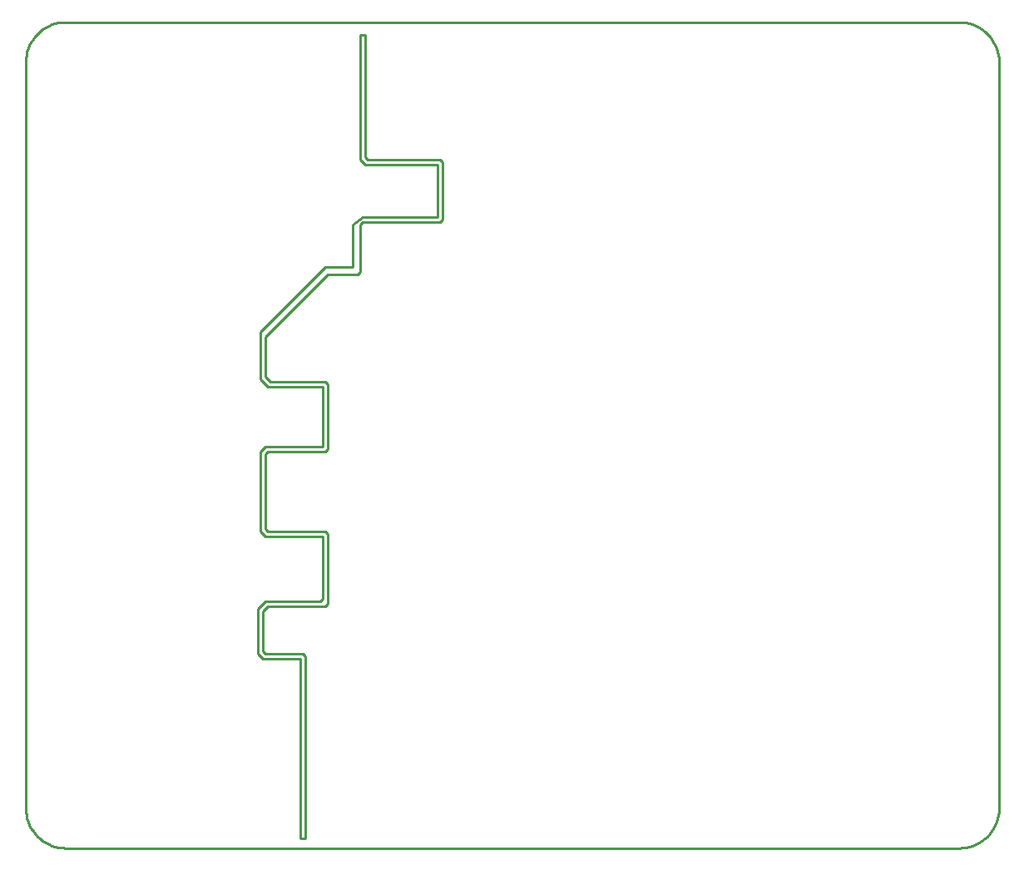
<source format=gbr>
G04 EAGLE Gerber RS-274X export*
G75*
%MOMM*%
%FSLAX34Y34*%
%LPD*%
%IN*%
%IPPOS*%
%AMOC8*
5,1,8,0,0,1.08239X$1,22.5*%
G01*
%ADD10C,0.254000*%


D10*
X0Y200660D02*
X155Y197118D01*
X617Y193603D01*
X1385Y190142D01*
X2451Y186760D01*
X3808Y183485D01*
X5445Y180340D01*
X7350Y177350D01*
X9508Y174537D01*
X11903Y171923D01*
X14517Y169528D01*
X17330Y167370D01*
X20320Y165465D01*
X23465Y163828D01*
X26740Y162471D01*
X30122Y161405D01*
X33583Y160637D01*
X37098Y160175D01*
X40640Y160020D01*
X949960Y160020D01*
X953502Y160175D01*
X957017Y160637D01*
X960478Y161405D01*
X963860Y162471D01*
X967135Y163828D01*
X970280Y165465D01*
X973270Y167370D01*
X976083Y169528D01*
X978697Y171923D01*
X981092Y174537D01*
X983250Y177350D01*
X985155Y180340D01*
X986792Y183485D01*
X988149Y186760D01*
X989215Y190142D01*
X989983Y193603D01*
X990445Y197118D01*
X990600Y200660D01*
X990600Y960120D01*
X990445Y963662D01*
X989983Y967177D01*
X989215Y970638D01*
X988149Y974020D01*
X986792Y977295D01*
X985155Y980440D01*
X983250Y983430D01*
X981092Y986243D01*
X978697Y988857D01*
X976083Y991252D01*
X973270Y993410D01*
X970280Y995315D01*
X967135Y996952D01*
X963860Y998309D01*
X960478Y999375D01*
X957017Y1000143D01*
X953502Y1000605D01*
X949960Y1000760D01*
X40640Y1000760D01*
X37098Y1000605D01*
X33583Y1000143D01*
X30122Y999375D01*
X26740Y998309D01*
X23465Y996952D01*
X20320Y995315D01*
X17330Y993410D01*
X14517Y991252D01*
X11903Y988857D01*
X9508Y986243D01*
X7350Y983430D01*
X5445Y980440D01*
X3808Y977295D01*
X2451Y974020D01*
X1385Y970638D01*
X617Y967177D01*
X155Y963662D01*
X0Y960120D01*
X0Y200660D01*
X236220Y358140D02*
X241300Y353060D01*
X279400Y353060D01*
X279400Y170180D01*
X284480Y170180D01*
X284480Y355600D01*
X281940Y358140D01*
X243840Y358140D01*
X241300Y360680D01*
X241300Y401320D01*
X246380Y406400D01*
X304800Y406400D01*
X307340Y408940D01*
X307340Y480060D01*
X304800Y482600D01*
X246380Y482600D01*
X243840Y485140D01*
X243840Y561340D01*
X246380Y563880D01*
X304800Y563880D01*
X307340Y566420D01*
X307340Y632460D01*
X304800Y635000D01*
X248920Y635000D01*
X243840Y640080D01*
X243840Y680720D01*
X307340Y744220D01*
X337820Y744220D01*
X340360Y746760D01*
X340360Y795020D01*
X342900Y797560D01*
X421640Y797560D01*
X424180Y800100D01*
X424180Y858520D01*
X421640Y861060D01*
X347980Y861060D01*
X345440Y863600D01*
X345440Y988060D01*
X340360Y988060D01*
X340360Y861060D01*
X345440Y855980D01*
X419100Y855980D01*
X419100Y802640D01*
X342900Y802640D01*
X332740Y795020D01*
X332740Y751840D01*
X304800Y751840D01*
X238760Y685800D01*
X238760Y637540D01*
X246380Y629920D01*
X302260Y629920D01*
X302260Y568960D01*
X243840Y568960D01*
X238760Y563880D01*
X238760Y482600D01*
X243840Y477520D01*
X302260Y477520D01*
X302260Y414020D01*
X299720Y411480D01*
X243840Y411480D01*
X236220Y403860D01*
X236220Y358140D01*
M02*

</source>
